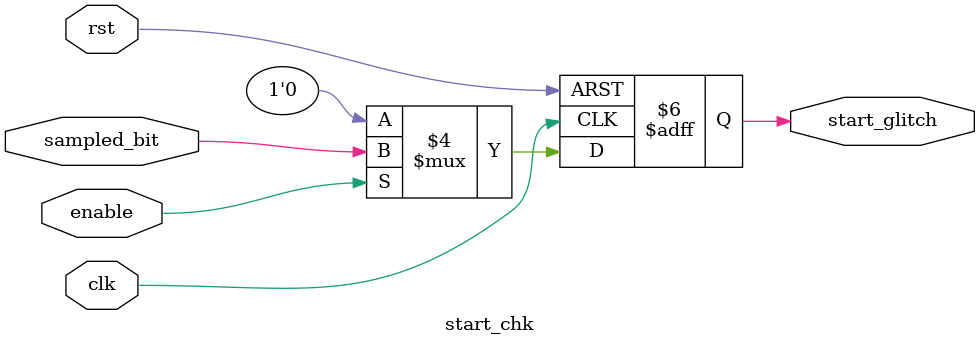
<source format=v>
module start_chk (
input wire				clk,
input wire				rst,
input wire				enable,
input wire				sampled_bit,
output reg				start_glitch);


always @(posedge clk or negedge rst) begin
	if(!rst)
		start_glitch<=0;
	else if(enable)
		start_glitch <= sampled_bit;
	else
		start_glitch <= 0;
end
endmodule
</source>
